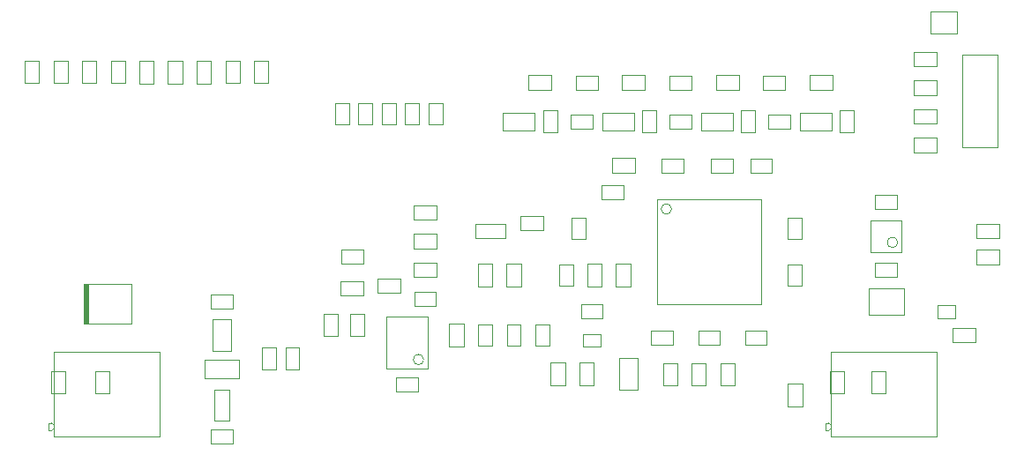
<source format=gbr>
%TF.GenerationSoftware,Altium Limited,Altium Designer,21.0.9 (235)*%
G04 Layer_Color=16711935*
%FSLAX45Y45*%
%MOMM*%
%TF.SameCoordinates,EF7BBA3F-781E-4618-A6AB-C8CA2981E545*%
%TF.FilePolarity,Positive*%
%TF.FileFunction,Other,Mechanical_13*%
%TF.Part,Single*%
G01*
G75*
%TA.AperFunction,NonConductor*%
%ADD148C,0.10000*%
%ADD151R,0.61467X3.81000*%
D148*
X8860000Y2015000D02*
G03*
X8860000Y2015000I-50000J0D01*
G01*
X4310000Y890000D02*
G03*
X4310000Y890000I-50000J0D01*
G01*
X6690000Y2335000D02*
G03*
X6690000Y2335000I-50000J0D01*
G01*
X1292500Y570000D02*
Y780000D01*
X1157500Y570000D02*
Y780000D01*
Y570000D02*
X1292500D01*
X1157500Y780000D02*
X1292500D01*
X867500Y570000D02*
Y780000D01*
X732500Y570000D02*
Y780000D01*
Y570000D02*
X867500D01*
X732500Y780000D02*
X867500D01*
X8342500Y570000D02*
Y780000D01*
X8207500Y570000D02*
Y780000D01*
Y570000D02*
X8342500D01*
X8207500Y780000D02*
X8342500D01*
X8742500Y570000D02*
Y780000D01*
X8607500Y570000D02*
Y780000D01*
Y570000D02*
X8742500D01*
X8607500Y780000D02*
X8742500D01*
X9173000Y4018027D02*
Y4232021D01*
Y4018027D02*
X9427032D01*
Y4232021D01*
X9173000D02*
X9427032D01*
X5315000Y3620000D02*
X5535000D01*
X5315000Y3480000D02*
X5535000D01*
X5315000D02*
Y3620000D01*
X5535000Y3480000D02*
Y3620000D01*
X3349839Y1119280D02*
X3484839D01*
X3349839Y1329280D02*
X3484839D01*
X3349839Y1119280D02*
Y1329280D01*
X3484839Y1119280D02*
Y1329280D01*
X9610000Y1055000D02*
Y1195000D01*
X9390000Y1055000D02*
Y1195000D01*
Y1055000D02*
X9610000D01*
X9390000Y1195000D02*
X9610000D01*
X5105000Y1590000D02*
X5245000D01*
X5105000Y1810000D02*
X5245000D01*
X5105000Y1590000D02*
Y1810000D01*
X5245000Y1590000D02*
Y1810000D01*
X5840000Y1012500D02*
X6010000D01*
Y1137500D01*
X5840000D02*
X6010000D01*
X5840000Y1012500D02*
Y1137500D01*
X4555000Y1235000D02*
X4695000D01*
X4555000Y1015000D02*
X4695000D01*
Y1235000D01*
X4555000Y1015000D02*
Y1235000D01*
X1046500Y1234500D02*
Y1615500D01*
X1503500Y1234500D02*
Y1615500D01*
X1046500D02*
X1503500D01*
X1046500Y1234500D02*
X1503500D01*
X4492500Y3145000D02*
Y3355000D01*
X4357500Y3145000D02*
Y3355000D01*
X4492500D01*
X4357500Y3145000D02*
X4492500D01*
X2817500Y3545000D02*
Y3755000D01*
X2682500Y3545000D02*
Y3755000D01*
Y3545000D02*
X2817500D01*
X2682500Y3755000D02*
X2817500D01*
X2542500Y3545000D02*
Y3755000D01*
X2407500Y3545000D02*
Y3755000D01*
Y3545000D02*
X2542500D01*
X2407500Y3755000D02*
X2542500D01*
X2130000Y3540000D02*
Y3760000D01*
X2270000Y3540000D02*
Y3760000D01*
X2130000D02*
X2270000D01*
X2130000Y3540000D02*
X2270000D01*
X1855000D02*
Y3760000D01*
X1995000Y3540000D02*
Y3760000D01*
X1855000D02*
X1995000D01*
X1855000Y3540000D02*
X1995000D01*
X1580000D02*
Y3760000D01*
X1720000Y3540000D02*
Y3760000D01*
X1580000D02*
X1720000D01*
X1580000Y3540000D02*
X1720000D01*
X1442500Y3545000D02*
Y3755000D01*
X1307500Y3545000D02*
Y3755000D01*
Y3545000D02*
X1442500D01*
X1307500Y3755000D02*
X1442500D01*
X1032500Y3545000D02*
Y3755000D01*
X1167500Y3545000D02*
Y3755000D01*
X1032500D02*
X1167500D01*
X1032500Y3545000D02*
X1167500D01*
X757500D02*
Y3755000D01*
X892500Y3545000D02*
Y3755000D01*
X757500D02*
X892500D01*
X757500Y3545000D02*
X892500D01*
X617500D02*
Y3755000D01*
X482500Y3545000D02*
Y3755000D01*
Y3545000D02*
X617500D01*
X482500Y3755000D02*
X617500D01*
X7922500Y3087500D02*
Y3262500D01*
X8227500Y3087500D02*
Y3262500D01*
X7922500Y3087500D02*
X8227500D01*
X7922500Y3262500D02*
X8227500D01*
X7832500Y3105000D02*
Y3245000D01*
X7617500Y3105000D02*
Y3245000D01*
X7832500D01*
X7617500Y3105000D02*
X7832500D01*
X6972500Y3087500D02*
Y3262500D01*
X7277500Y3087500D02*
Y3262500D01*
X6972500Y3087500D02*
X7277500D01*
X6972500Y3262500D02*
X7277500D01*
X6882500Y3105000D02*
Y3245000D01*
X6667500Y3105000D02*
Y3245000D01*
X6882500D01*
X6667500Y3105000D02*
X6882500D01*
X6022500Y3087500D02*
Y3262500D01*
X6327500Y3087500D02*
Y3262500D01*
X6022500Y3087500D02*
X6327500D01*
X6022500Y3262500D02*
X6327500D01*
X5717500Y3105000D02*
Y3245000D01*
X5932500Y3105000D02*
Y3245000D01*
X5717500Y3105000D02*
X5932500D01*
X5717500Y3245000D02*
X5932500D01*
X8235000Y3480000D02*
Y3620000D01*
X8015000Y3480000D02*
Y3620000D01*
Y3480000D02*
X8235000D01*
X8015000Y3620000D02*
X8235000D01*
X7570000Y3482500D02*
Y3617500D01*
X7780000Y3482500D02*
Y3617500D01*
X7570000D02*
X7780000D01*
X7570000Y3482500D02*
X7780000D01*
X7335000Y3480000D02*
Y3620000D01*
X7115000Y3480000D02*
Y3620000D01*
Y3480000D02*
X7335000D01*
X7115000Y3620000D02*
X7335000D01*
X6670000Y3482500D02*
Y3617500D01*
X6880000Y3482500D02*
Y3617500D01*
X6670000D02*
X6880000D01*
X6670000Y3482500D02*
X6880000D01*
X6435000Y3480000D02*
Y3620000D01*
X6215000Y3480000D02*
Y3620000D01*
Y3480000D02*
X6435000D01*
X6215000Y3620000D02*
X6435000D01*
X5770000Y3482500D02*
Y3617500D01*
X5980000Y3482500D02*
Y3617500D01*
X5770000D02*
X5980000D01*
X5770000Y3482500D02*
X5980000D01*
X5457500Y3070000D02*
Y3280000D01*
X5592500Y3070000D02*
Y3280000D01*
X5457500Y3070000D02*
X5592500D01*
X5457500Y3280000D02*
X5592500D01*
X6407500Y3070000D02*
Y3280000D01*
X6542500Y3070000D02*
Y3280000D01*
X6407500Y3070000D02*
X6542500D01*
X6407500Y3280000D02*
X6542500D01*
X7357500Y3070000D02*
Y3280000D01*
X7492500Y3070000D02*
Y3280000D01*
X7357500Y3070000D02*
X7492500D01*
X7357500Y3280000D02*
X7492500D01*
X8307500Y3070000D02*
Y3280000D01*
X8442500Y3070000D02*
Y3280000D01*
X8307500Y3070000D02*
X8442500D01*
X8307500Y3280000D02*
X8442500D01*
X7807500Y1805000D02*
X7942500D01*
X7807500Y1595000D02*
X7942500D01*
Y1805000D01*
X7807500Y1595000D02*
Y1805000D01*
Y2045000D02*
X7942500D01*
X7807500Y2255000D02*
X7942500D01*
X7807500Y2045000D02*
Y2255000D01*
X7942500Y2045000D02*
Y2255000D01*
X7445000Y2682500D02*
Y2817500D01*
X7655000Y2682500D02*
Y2817500D01*
X7445000D02*
X7655000D01*
X7445000Y2682500D02*
X7655000D01*
X7280000D02*
Y2817500D01*
X7070000Y2682500D02*
Y2817500D01*
Y2682500D02*
X7280000D01*
X7070000Y2817500D02*
X7280000D01*
X6805000Y2682500D02*
Y2817500D01*
X6595000Y2682500D02*
Y2817500D01*
Y2682500D02*
X6805000D01*
X6595000Y2817500D02*
X6805000D01*
X6117280Y2685120D02*
Y2825120D01*
X6337280Y2685120D02*
Y2825120D01*
X6117280D02*
X6337280D01*
X6117280Y2685120D02*
X6337280D01*
X6230000Y2432500D02*
Y2567500D01*
X6020000Y2432500D02*
Y2567500D01*
Y2432500D02*
X6230000D01*
X6020000Y2567500D02*
X6230000D01*
X5732500Y2255000D02*
X5867500D01*
X5732500Y2045000D02*
X5867500D01*
Y2255000D01*
X5732500Y2045000D02*
Y2255000D01*
X5880000Y1590000D02*
Y1810000D01*
X6020000Y1590000D02*
Y1810000D01*
X5880000Y1590000D02*
X6020000D01*
X5880000Y1810000D02*
X6020000D01*
X5607500Y1805000D02*
X5742500D01*
X5607500Y1595000D02*
X5742500D01*
Y1805000D01*
X5607500Y1595000D02*
Y1805000D01*
X6155000Y1590000D02*
Y1810000D01*
X6295000Y1590000D02*
Y1810000D01*
X6155000Y1590000D02*
X6295000D01*
X6155000Y1810000D02*
X6295000D01*
X5820000Y1282500D02*
Y1417500D01*
X6030000Y1282500D02*
Y1417500D01*
X5820000D02*
X6030000D01*
X5820000Y1282500D02*
X6030000D01*
X9015000Y3020000D02*
X9235000D01*
X9015000Y2880000D02*
X9235000D01*
X9015000D02*
Y3020000D01*
X9235000Y2880000D02*
Y3020000D01*
X9015000Y3295000D02*
X9235000D01*
X9015000Y3155000D02*
X9235000D01*
X9015000D02*
Y3295000D01*
X9235000Y3155000D02*
Y3295000D01*
X9015000Y3570000D02*
X9235000D01*
X9015000Y3430000D02*
X9235000D01*
X9015000D02*
Y3570000D01*
X9235000Y3430000D02*
Y3570000D01*
X9015000Y3845000D02*
X9235000D01*
X9015000Y3705000D02*
X9235000D01*
X9015000D02*
Y3845000D01*
X9235000Y3705000D02*
Y3845000D01*
X9480000Y2930500D02*
Y3819500D01*
Y2930500D02*
X9820000D01*
Y3819500D01*
X9480000D02*
X9820000D01*
X9615000Y1945000D02*
X9835000D01*
X9615000Y1805000D02*
X9835000D01*
Y1945000D01*
X9615000Y1805000D02*
Y1945000D01*
Y2195000D02*
X9835000D01*
X9615000Y2055000D02*
X9835000D01*
Y2195000D01*
X9615000Y2055000D02*
Y2195000D01*
X8645000Y2332500D02*
Y2467500D01*
X8855000Y2332500D02*
Y2467500D01*
X8645000D02*
X8855000D01*
X8645000Y2332500D02*
X8855000D01*
X8580000Y1577000D02*
X8920000D01*
X8580000Y1323000D02*
Y1577000D01*
Y1323000D02*
X8920000D01*
Y1577000D01*
X8645000Y1682500D02*
X8855000D01*
X8645000Y1817500D02*
X8855000D01*
Y1682500D02*
Y1817500D01*
X8645000Y1682500D02*
Y1817500D01*
X9410000Y1287500D02*
Y1412500D01*
X9240000Y1287500D02*
X9410000D01*
X9240000D02*
Y1412500D01*
X9410000D01*
X7805000Y440000D02*
Y660000D01*
X7945000Y440000D02*
Y660000D01*
X7805000Y440000D02*
X7945000D01*
X7805000Y660000D02*
X7945000D01*
X6882500Y855000D02*
X7017500D01*
X6882500Y645000D02*
X7017500D01*
Y855000D01*
X6882500Y645000D02*
Y855000D01*
X7605000Y1032500D02*
Y1167500D01*
X7395000Y1032500D02*
Y1167500D01*
Y1032500D02*
X7605000D01*
X7395000Y1167500D02*
X7605000D01*
X7155000Y1032500D02*
Y1167500D01*
X6945000Y1032500D02*
Y1167500D01*
Y1032500D02*
X7155000D01*
X6945000Y1167500D02*
X7155000D01*
X7157500Y645000D02*
X7292500D01*
X7157500Y855000D02*
X7292500D01*
X7157500Y645000D02*
Y855000D01*
X7292500Y645000D02*
Y855000D01*
X6607500D02*
X6742500D01*
X6607500Y645000D02*
X6742500D01*
Y855000D01*
X6607500Y645000D02*
Y855000D01*
X6495000Y1032500D02*
Y1167500D01*
X6705000Y1032500D02*
Y1167500D01*
X6495000D02*
X6705000D01*
X6495000Y1032500D02*
X6705000D01*
X6187500Y597500D02*
X6362500D01*
X6187500Y902500D02*
X6362500D01*
Y597500D02*
Y902500D01*
X6187500Y597500D02*
Y902500D01*
X5805000Y860000D02*
X5945000D01*
X5805000Y640000D02*
X5945000D01*
Y860000D01*
X5805000Y640000D02*
Y860000D01*
X5530000Y640000D02*
X5670000D01*
X5530000Y860000D02*
X5670000D01*
X5530000Y640000D02*
Y860000D01*
X5670000Y640000D02*
Y860000D01*
X5240000Y2270000D02*
X5460000D01*
X5240000Y2130000D02*
X5460000D01*
X5240000D02*
Y2270000D01*
X5460000Y2130000D02*
Y2270000D01*
X5096000Y2055000D02*
Y2195000D01*
X4804000Y2055000D02*
Y2195000D01*
X5096000D01*
X4804000Y2055000D02*
X5096000D01*
X4830000Y1810000D02*
X4970000D01*
X4830000Y1590000D02*
X4970000D01*
Y1810000D01*
X4830000Y1590000D02*
Y1810000D01*
X5517500Y1020000D02*
Y1230000D01*
X5382500Y1020000D02*
Y1230000D01*
X5517500D01*
X5382500Y1020000D02*
X5517500D01*
X5242500D02*
Y1230000D01*
X5107500Y1020000D02*
Y1230000D01*
X5242500D01*
X5107500Y1020000D02*
X5242500D01*
X4967500D02*
Y1230000D01*
X4832500Y1020000D02*
Y1230000D01*
X4967500D01*
X4832500Y1020000D02*
X4967500D01*
X4215000Y2230000D02*
X4435000D01*
X4215000Y2370000D02*
X4435000D01*
Y2230000D02*
Y2370000D01*
X4215000Y2230000D02*
Y2370000D01*
Y1955000D02*
X4435000D01*
X4215000Y2095000D02*
X4435000D01*
Y1955000D02*
Y2095000D01*
X4215000Y1955000D02*
Y2095000D01*
Y1820000D02*
X4435000D01*
X4215000Y1680000D02*
X4435000D01*
X4215000D02*
Y1820000D01*
X4435000Y1680000D02*
Y1820000D01*
X4220000Y1542500D02*
X4430000D01*
X4220000Y1407500D02*
X4430000D01*
X4220000D02*
Y1542500D01*
X4430000Y1407500D02*
Y1542500D01*
X3865000Y1530000D02*
Y1670000D01*
X4085000Y1530000D02*
Y1670000D01*
X3865000Y1530000D02*
X4085000D01*
X3865000Y1670000D02*
X4085000D01*
X4255000Y582500D02*
Y717500D01*
X4045000Y582500D02*
Y717500D01*
Y582500D02*
X4255000D01*
X4045000Y717500D02*
X4255000D01*
X3520000Y1942500D02*
X3730000D01*
X3520000Y1807500D02*
X3730000D01*
X3520000D02*
Y1942500D01*
X3730000Y1807500D02*
Y1942500D01*
X3515000Y1645000D02*
X3735000D01*
X3515000Y1505000D02*
X3735000D01*
X3515000D02*
Y1645000D01*
X3735000Y1505000D02*
Y1645000D01*
X3742500Y1120000D02*
Y1330000D01*
X3607500Y1120000D02*
Y1330000D01*
X3742500D01*
X3607500Y1120000D02*
X3742500D01*
X2982500Y1005000D02*
X3117500D01*
X2982500Y795000D02*
X3117500D01*
Y1005000D01*
X2982500Y795000D02*
Y1005000D01*
X2757500D02*
X2892500D01*
X2757500Y795000D02*
X2892500D01*
Y1005000D01*
X2757500Y795000D02*
Y1005000D01*
X2270000Y82500D02*
X2480000D01*
X2270000Y217500D02*
X2480000D01*
Y82500D02*
Y217500D01*
X2270000Y82500D02*
Y217500D01*
X2445000Y300000D02*
Y600000D01*
X2305000Y300000D02*
Y600000D01*
Y300000D02*
X2445000D01*
X2305000Y600000D02*
X2445000D01*
X2210000Y712500D02*
X2540000D01*
X2210000Y887500D02*
X2540000D01*
Y712500D02*
Y887500D01*
X2210000Y712500D02*
Y887500D01*
X2287500Y972500D02*
Y1277500D01*
X2462500Y972500D02*
Y1277500D01*
X2287500D02*
X2462500D01*
X2287500Y972500D02*
X2462500D01*
X2270000Y1517500D02*
X2480000D01*
X2270000Y1382500D02*
X2480000D01*
X2270000D02*
Y1517500D01*
X2480000Y1382500D02*
Y1517500D01*
X4267500Y3145000D02*
Y3355000D01*
X4132500Y3145000D02*
Y3355000D01*
X4267500D01*
X4132500Y3145000D02*
X4267500D01*
X4042500D02*
Y3355000D01*
X3907500Y3145000D02*
Y3355000D01*
X4042500D01*
X3907500Y3145000D02*
X4042500D01*
X3817476Y3144999D02*
Y3354999D01*
X3682476Y3144999D02*
Y3354999D01*
X3817476D01*
X3682476Y3144999D02*
X3817476D01*
X3592500Y3145000D02*
Y3355000D01*
X3457500Y3145000D02*
Y3355000D01*
X3592500D01*
X3457500Y3145000D02*
X3592500D01*
X8191300Y282500D02*
X8209126Y267484D01*
X8221992D01*
X8164991Y282481D02*
X8191285D01*
X8164999Y282472D02*
X8165007Y282481D01*
X8164999Y211100D02*
Y282472D01*
X9237992Y153790D02*
Y963786D01*
X8221992Y153790D02*
Y963786D01*
Y153790D02*
X9237992D01*
X8221992Y963786D02*
X9237992D01*
X8164999Y211100D02*
X8191276D01*
X8209126Y226088D02*
X8221992D01*
X8191300Y211100D02*
X8209126Y226088D01*
X731300Y282500D02*
X749125Y267484D01*
X761992D01*
X704990Y282481D02*
X731284D01*
X704998Y282472D02*
X705006Y282481D01*
X704998Y211100D02*
Y282472D01*
X1777992Y153790D02*
Y963786D01*
X761992Y153790D02*
Y963786D01*
Y153790D02*
X1777992D01*
X761992Y963786D02*
X1777992D01*
X704998Y211100D02*
X731276D01*
X749125Y226088D02*
X761992D01*
X731300Y211100D02*
X749125Y226088D01*
X8900000Y1925000D02*
Y2225000D01*
X8600000Y1925000D02*
Y2225000D01*
Y1925000D02*
X8900000D01*
X8600000Y2225000D02*
X8900000D01*
X3950000Y1300000D02*
X4350000D01*
X3950000Y800000D02*
X4350000D01*
X3950000D02*
Y1300000D01*
X4350000Y800000D02*
Y1300000D01*
X5072500Y3262500D02*
X5377500D01*
X5072500Y3087500D02*
X5377500D01*
Y3262500D01*
X5072500Y3087500D02*
Y3262500D01*
X6550000Y1425000D02*
Y2425000D01*
X7550000Y1425000D02*
Y2425000D01*
X6550000D02*
X7550000D01*
X6550000Y1425000D02*
X7550000D01*
D151*
X1077213Y1425020D02*
D03*
%TF.MD5,06534b5819857ab9a275ed28216ef87e*%
M02*

</source>
